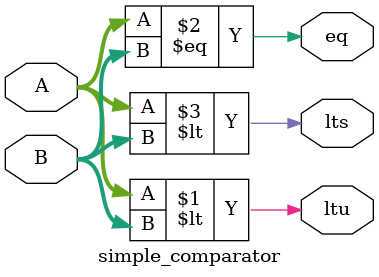
<source format=sv>
module simple_comparator (
    input logic [31:0] A,
    input logic [31:0] B,
    output logic eq,
    output logic lts,
    output logic ltu
);
    
    assign ltu = A < B;
    
    assign eq = A == B;

    assign lts = $signed(A) < $signed(B);

endmodule
</source>
